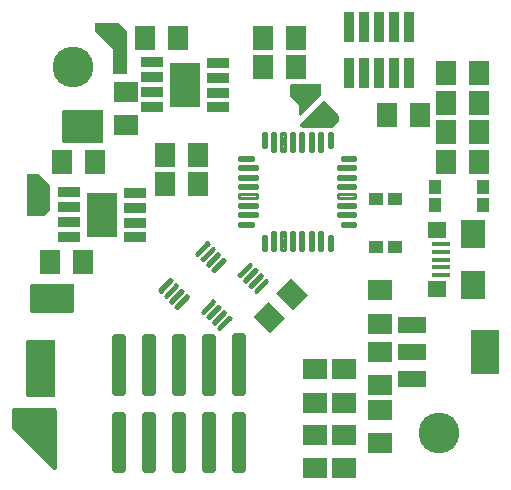
<source format=gbr>
G04 EAGLE Gerber RS-274X export*
G75*
%MOMM*%
%FSLAX34Y34*%
%LPD*%
%INSoldermask Top*%
%IPPOS*%
%AMOC8*
5,1,8,0,0,1.08239X$1,22.5*%
G01*
%ADD10C,3.453200*%
%ADD11R,2.003200X1.803200*%
%ADD12R,1.803200X2.003200*%
%ADD13R,0.963200X2.603200*%
%ADD14R,1.103200X1.203200*%
%ADD15C,0.293194*%
%ADD16R,2.103200X2.353200*%
%ADD17R,1.503200X1.403200*%
%ADD18R,1.553200X0.413200*%
%ADD19R,2.438400X1.422400*%
%ADD20R,2.403200X3.803200*%
%ADD21R,1.953200X0.853200*%
%ADD22R,2.613200X3.703200*%
%ADD23R,1.511200X1.511200*%
%ADD24C,0.697853*%
%ADD25R,2.006200X1.803200*%
%ADD26R,1.203200X1.103200*%
%ADD27C,0.258150*%

G36*
X40099Y23744D02*
X40099Y23744D01*
X40237Y23753D01*
X40256Y23759D01*
X40276Y23761D01*
X40408Y23808D01*
X40539Y23851D01*
X40557Y23862D01*
X40576Y23869D01*
X40691Y23947D01*
X40808Y24021D01*
X40822Y24036D01*
X40839Y24047D01*
X40931Y24151D01*
X41026Y24253D01*
X41036Y24271D01*
X41049Y24286D01*
X41113Y24410D01*
X41180Y24531D01*
X41185Y24551D01*
X41194Y24569D01*
X41224Y24705D01*
X41259Y24839D01*
X41261Y24867D01*
X41264Y24879D01*
X41263Y24900D01*
X41269Y25000D01*
X41269Y75000D01*
X41254Y75118D01*
X41247Y75237D01*
X41234Y75275D01*
X41229Y75316D01*
X41186Y75426D01*
X41149Y75539D01*
X41127Y75574D01*
X41112Y75611D01*
X41043Y75707D01*
X40979Y75808D01*
X40949Y75836D01*
X40926Y75869D01*
X40834Y75945D01*
X40747Y76026D01*
X40712Y76046D01*
X40681Y76071D01*
X40573Y76122D01*
X40469Y76180D01*
X40429Y76190D01*
X40393Y76207D01*
X40276Y76229D01*
X40161Y76259D01*
X40101Y76263D01*
X40081Y76267D01*
X40060Y76265D01*
X40000Y76269D01*
X5000Y76269D01*
X4882Y76254D01*
X4763Y76247D01*
X4725Y76234D01*
X4684Y76229D01*
X4574Y76186D01*
X4461Y76149D01*
X4426Y76127D01*
X4389Y76112D01*
X4293Y76043D01*
X4192Y75979D01*
X4164Y75949D01*
X4131Y75926D01*
X4056Y75834D01*
X3974Y75747D01*
X3954Y75712D01*
X3929Y75681D01*
X3878Y75573D01*
X3820Y75469D01*
X3810Y75429D01*
X3793Y75393D01*
X3771Y75276D01*
X3741Y75161D01*
X3737Y75101D01*
X3733Y75081D01*
X3735Y75060D01*
X3731Y75000D01*
X3731Y60000D01*
X3743Y59902D01*
X3746Y59803D01*
X3763Y59745D01*
X3771Y59684D01*
X3807Y59592D01*
X3835Y59497D01*
X3865Y59445D01*
X3888Y59389D01*
X3946Y59309D01*
X3996Y59223D01*
X4062Y59148D01*
X4074Y59131D01*
X4084Y59124D01*
X4103Y59103D01*
X39103Y24103D01*
X39212Y24017D01*
X39319Y23929D01*
X39338Y23920D01*
X39354Y23908D01*
X39482Y23852D01*
X39607Y23793D01*
X39627Y23789D01*
X39646Y23781D01*
X39784Y23759D01*
X39920Y23733D01*
X39940Y23735D01*
X39960Y23731D01*
X40099Y23744D01*
G37*
G36*
X39118Y85746D02*
X39118Y85746D01*
X39237Y85753D01*
X39275Y85766D01*
X39316Y85771D01*
X39426Y85814D01*
X39539Y85851D01*
X39574Y85873D01*
X39611Y85888D01*
X39707Y85958D01*
X39808Y86021D01*
X39836Y86051D01*
X39869Y86074D01*
X39945Y86166D01*
X40026Y86253D01*
X40046Y86288D01*
X40071Y86319D01*
X40122Y86427D01*
X40180Y86531D01*
X40190Y86571D01*
X40207Y86607D01*
X40229Y86724D01*
X40259Y86839D01*
X40263Y86900D01*
X40267Y86920D01*
X40265Y86940D01*
X40269Y87000D01*
X40269Y133000D01*
X40254Y133118D01*
X40247Y133237D01*
X40234Y133275D01*
X40229Y133316D01*
X40186Y133426D01*
X40149Y133539D01*
X40127Y133574D01*
X40112Y133611D01*
X40043Y133707D01*
X39979Y133808D01*
X39949Y133836D01*
X39926Y133869D01*
X39834Y133945D01*
X39747Y134026D01*
X39712Y134046D01*
X39681Y134071D01*
X39573Y134122D01*
X39469Y134180D01*
X39429Y134190D01*
X39393Y134207D01*
X39276Y134229D01*
X39161Y134259D01*
X39101Y134263D01*
X39081Y134267D01*
X39060Y134265D01*
X39000Y134269D01*
X17000Y134269D01*
X16882Y134254D01*
X16763Y134247D01*
X16725Y134234D01*
X16684Y134229D01*
X16574Y134186D01*
X16461Y134149D01*
X16426Y134127D01*
X16389Y134112D01*
X16293Y134043D01*
X16192Y133979D01*
X16164Y133949D01*
X16131Y133926D01*
X16056Y133834D01*
X15974Y133747D01*
X15954Y133712D01*
X15929Y133681D01*
X15878Y133573D01*
X15820Y133469D01*
X15810Y133429D01*
X15793Y133393D01*
X15771Y133276D01*
X15741Y133161D01*
X15737Y133101D01*
X15733Y133081D01*
X15735Y133060D01*
X15731Y133000D01*
X15731Y87000D01*
X15746Y86882D01*
X15753Y86763D01*
X15766Y86725D01*
X15771Y86684D01*
X15814Y86574D01*
X15851Y86461D01*
X15873Y86426D01*
X15888Y86389D01*
X15958Y86293D01*
X16021Y86192D01*
X16051Y86164D01*
X16074Y86131D01*
X16166Y86056D01*
X16253Y85974D01*
X16288Y85954D01*
X16319Y85929D01*
X16427Y85878D01*
X16531Y85820D01*
X16571Y85810D01*
X16607Y85793D01*
X16724Y85771D01*
X16839Y85741D01*
X16900Y85737D01*
X16920Y85733D01*
X16940Y85735D01*
X17000Y85731D01*
X39000Y85731D01*
X39118Y85746D01*
G37*
G36*
X80020Y301242D02*
X80020Y301242D01*
X80039Y301240D01*
X80141Y301262D01*
X80243Y301279D01*
X80260Y301288D01*
X80280Y301292D01*
X80369Y301345D01*
X80460Y301394D01*
X80474Y301408D01*
X80491Y301418D01*
X80558Y301497D01*
X80630Y301572D01*
X80638Y301590D01*
X80651Y301605D01*
X80690Y301701D01*
X80733Y301795D01*
X80735Y301815D01*
X80743Y301833D01*
X80761Y302000D01*
X80761Y328000D01*
X80758Y328020D01*
X80760Y328039D01*
X80738Y328141D01*
X80722Y328243D01*
X80712Y328260D01*
X80708Y328280D01*
X80655Y328369D01*
X80606Y328460D01*
X80592Y328474D01*
X80582Y328491D01*
X80503Y328558D01*
X80428Y328630D01*
X80410Y328638D01*
X80395Y328651D01*
X80299Y328690D01*
X80205Y328733D01*
X80185Y328735D01*
X80167Y328743D01*
X80000Y328761D01*
X47000Y328761D01*
X46980Y328758D01*
X46961Y328760D01*
X46859Y328738D01*
X46757Y328722D01*
X46740Y328712D01*
X46720Y328708D01*
X46631Y328655D01*
X46540Y328606D01*
X46526Y328592D01*
X46509Y328582D01*
X46442Y328503D01*
X46371Y328428D01*
X46362Y328410D01*
X46349Y328395D01*
X46310Y328299D01*
X46267Y328205D01*
X46265Y328185D01*
X46257Y328167D01*
X46239Y328000D01*
X46239Y302000D01*
X46242Y301980D01*
X46240Y301961D01*
X46262Y301859D01*
X46279Y301757D01*
X46288Y301740D01*
X46292Y301720D01*
X46345Y301631D01*
X46394Y301540D01*
X46408Y301526D01*
X46418Y301509D01*
X46497Y301442D01*
X46572Y301371D01*
X46590Y301362D01*
X46605Y301349D01*
X46701Y301310D01*
X46795Y301267D01*
X46815Y301265D01*
X46833Y301257D01*
X47000Y301239D01*
X80000Y301239D01*
X80020Y301242D01*
G37*
G36*
X55020Y157242D02*
X55020Y157242D01*
X55039Y157240D01*
X55141Y157262D01*
X55243Y157279D01*
X55260Y157288D01*
X55280Y157292D01*
X55369Y157345D01*
X55460Y157394D01*
X55474Y157408D01*
X55491Y157418D01*
X55558Y157497D01*
X55630Y157572D01*
X55638Y157590D01*
X55651Y157605D01*
X55690Y157701D01*
X55733Y157795D01*
X55735Y157815D01*
X55743Y157833D01*
X55761Y158000D01*
X55761Y181000D01*
X55758Y181020D01*
X55760Y181039D01*
X55738Y181141D01*
X55722Y181243D01*
X55712Y181260D01*
X55708Y181280D01*
X55655Y181369D01*
X55606Y181460D01*
X55592Y181474D01*
X55582Y181491D01*
X55503Y181558D01*
X55428Y181630D01*
X55410Y181638D01*
X55395Y181651D01*
X55299Y181690D01*
X55205Y181733D01*
X55185Y181735D01*
X55167Y181743D01*
X55000Y181761D01*
X20000Y181761D01*
X19980Y181758D01*
X19961Y181760D01*
X19859Y181738D01*
X19757Y181722D01*
X19740Y181712D01*
X19720Y181708D01*
X19631Y181655D01*
X19540Y181606D01*
X19526Y181592D01*
X19509Y181582D01*
X19442Y181503D01*
X19371Y181428D01*
X19362Y181410D01*
X19349Y181395D01*
X19310Y181299D01*
X19267Y181205D01*
X19265Y181185D01*
X19257Y181167D01*
X19239Y181000D01*
X19239Y158000D01*
X19242Y157980D01*
X19240Y157961D01*
X19262Y157859D01*
X19279Y157757D01*
X19288Y157740D01*
X19292Y157720D01*
X19345Y157631D01*
X19394Y157540D01*
X19408Y157526D01*
X19418Y157509D01*
X19497Y157442D01*
X19572Y157371D01*
X19590Y157362D01*
X19605Y157349D01*
X19701Y157310D01*
X19795Y157267D01*
X19815Y157265D01*
X19833Y157257D01*
X20000Y157239D01*
X55000Y157239D01*
X55020Y157242D01*
G37*
G36*
X100020Y359242D02*
X100020Y359242D01*
X100039Y359240D01*
X100141Y359262D01*
X100243Y359279D01*
X100260Y359288D01*
X100280Y359292D01*
X100369Y359345D01*
X100460Y359394D01*
X100474Y359408D01*
X100491Y359418D01*
X100558Y359497D01*
X100630Y359572D01*
X100638Y359590D01*
X100651Y359605D01*
X100690Y359701D01*
X100733Y359795D01*
X100735Y359815D01*
X100743Y359833D01*
X100761Y360000D01*
X100761Y395000D01*
X100747Y395090D01*
X100739Y395181D01*
X100727Y395211D01*
X100722Y395243D01*
X100679Y395323D01*
X100643Y395407D01*
X100617Y395439D01*
X100606Y395460D01*
X100583Y395482D01*
X100571Y395498D01*
X100564Y395508D01*
X100558Y395514D01*
X100538Y395538D01*
X93538Y402538D01*
X93464Y402591D01*
X93395Y402651D01*
X93365Y402663D01*
X93339Y402682D01*
X93252Y402709D01*
X93167Y402743D01*
X93126Y402747D01*
X93103Y402754D01*
X93071Y402753D01*
X93000Y402761D01*
X75000Y402761D01*
X74980Y402758D01*
X74961Y402760D01*
X74859Y402738D01*
X74757Y402722D01*
X74740Y402712D01*
X74720Y402708D01*
X74631Y402655D01*
X74540Y402606D01*
X74526Y402592D01*
X74509Y402582D01*
X74442Y402503D01*
X74371Y402428D01*
X74362Y402410D01*
X74349Y402395D01*
X74310Y402299D01*
X74267Y402205D01*
X74265Y402185D01*
X74257Y402167D01*
X74239Y402000D01*
X74239Y395000D01*
X74241Y394987D01*
X74240Y394978D01*
X74250Y394930D01*
X74254Y394910D01*
X74261Y394819D01*
X74273Y394789D01*
X74279Y394757D01*
X74321Y394677D01*
X74357Y394593D01*
X74383Y394561D01*
X74394Y394540D01*
X74417Y394518D01*
X74462Y394462D01*
X89239Y379685D01*
X89239Y360000D01*
X89242Y359980D01*
X89240Y359961D01*
X89262Y359859D01*
X89279Y359757D01*
X89288Y359740D01*
X89292Y359720D01*
X89345Y359631D01*
X89394Y359540D01*
X89408Y359526D01*
X89418Y359509D01*
X89497Y359442D01*
X89572Y359371D01*
X89590Y359362D01*
X89605Y359349D01*
X89701Y359310D01*
X89795Y359267D01*
X89815Y359265D01*
X89833Y359257D01*
X90000Y359239D01*
X100000Y359239D01*
X100020Y359242D01*
G37*
G36*
X30090Y239254D02*
X30090Y239254D01*
X30181Y239261D01*
X30211Y239273D01*
X30243Y239279D01*
X30323Y239321D01*
X30407Y239357D01*
X30439Y239383D01*
X30460Y239394D01*
X30482Y239417D01*
X30538Y239462D01*
X35538Y244462D01*
X35591Y244536D01*
X35651Y244605D01*
X35663Y244635D01*
X35682Y244661D01*
X35709Y244748D01*
X35743Y244833D01*
X35747Y244874D01*
X35754Y244897D01*
X35753Y244929D01*
X35761Y245000D01*
X35761Y265000D01*
X35747Y265090D01*
X35739Y265181D01*
X35727Y265211D01*
X35722Y265243D01*
X35679Y265323D01*
X35643Y265407D01*
X35617Y265439D01*
X35606Y265460D01*
X35583Y265482D01*
X35538Y265538D01*
X26538Y274538D01*
X26464Y274591D01*
X26395Y274651D01*
X26365Y274663D01*
X26339Y274682D01*
X26252Y274709D01*
X26167Y274743D01*
X26126Y274747D01*
X26103Y274754D01*
X26071Y274753D01*
X26000Y274761D01*
X17000Y274761D01*
X16980Y274758D01*
X16961Y274760D01*
X16859Y274738D01*
X16757Y274722D01*
X16740Y274712D01*
X16720Y274708D01*
X16631Y274655D01*
X16540Y274606D01*
X16526Y274592D01*
X16509Y274582D01*
X16442Y274503D01*
X16371Y274428D01*
X16362Y274410D01*
X16349Y274395D01*
X16310Y274299D01*
X16267Y274205D01*
X16265Y274185D01*
X16257Y274167D01*
X16239Y274000D01*
X16239Y240000D01*
X16242Y239980D01*
X16240Y239961D01*
X16262Y239859D01*
X16279Y239757D01*
X16288Y239740D01*
X16292Y239720D01*
X16345Y239631D01*
X16394Y239540D01*
X16408Y239526D01*
X16418Y239509D01*
X16497Y239442D01*
X16572Y239371D01*
X16590Y239362D01*
X16605Y239349D01*
X16701Y239310D01*
X16795Y239267D01*
X16815Y239265D01*
X16833Y239257D01*
X17000Y239239D01*
X30000Y239239D01*
X30090Y239254D01*
G37*
G36*
X248003Y323994D02*
X248003Y323994D01*
X248116Y323991D01*
X248145Y323999D01*
X248174Y324000D01*
X248282Y324035D01*
X248391Y324063D01*
X248417Y324078D01*
X248445Y324087D01*
X248508Y324133D01*
X248636Y324209D01*
X248679Y324254D01*
X248718Y324282D01*
X264718Y340282D01*
X264770Y340352D01*
X264830Y340416D01*
X264856Y340465D01*
X264889Y340509D01*
X264920Y340591D01*
X264960Y340669D01*
X264968Y340717D01*
X264990Y340775D01*
X265002Y340923D01*
X265015Y341000D01*
X265015Y350000D01*
X265007Y350058D01*
X265009Y350116D01*
X264987Y350198D01*
X264975Y350282D01*
X264952Y350335D01*
X264937Y350391D01*
X264894Y350464D01*
X264859Y350541D01*
X264821Y350586D01*
X264792Y350636D01*
X264730Y350694D01*
X264676Y350758D01*
X264627Y350790D01*
X264584Y350830D01*
X264509Y350869D01*
X264439Y350916D01*
X264383Y350933D01*
X264331Y350960D01*
X264263Y350971D01*
X264168Y351001D01*
X264068Y351004D01*
X264000Y351015D01*
X241000Y351015D01*
X240913Y351003D01*
X240826Y351000D01*
X240773Y350983D01*
X240719Y350975D01*
X240639Y350940D01*
X240555Y350913D01*
X240516Y350885D01*
X240459Y350859D01*
X240346Y350763D01*
X240282Y350718D01*
X239282Y349718D01*
X239230Y349648D01*
X239170Y349584D01*
X239144Y349535D01*
X239111Y349491D01*
X239080Y349409D01*
X239040Y349331D01*
X239032Y349284D01*
X239010Y349225D01*
X238998Y349077D01*
X238985Y349000D01*
X238985Y341000D01*
X238997Y340913D01*
X239000Y340826D01*
X239017Y340773D01*
X239025Y340719D01*
X239060Y340639D01*
X239087Y340555D01*
X239115Y340516D01*
X239141Y340459D01*
X239237Y340346D01*
X239282Y340282D01*
X246985Y332580D01*
X246985Y325000D01*
X246989Y324971D01*
X246986Y324942D01*
X247009Y324831D01*
X247025Y324719D01*
X247037Y324692D01*
X247042Y324663D01*
X247095Y324563D01*
X247141Y324459D01*
X247160Y324437D01*
X247173Y324411D01*
X247251Y324329D01*
X247325Y324242D01*
X247349Y324226D01*
X247369Y324205D01*
X247467Y324147D01*
X247561Y324085D01*
X247589Y324076D01*
X247614Y324061D01*
X247724Y324033D01*
X247832Y323999D01*
X247862Y323998D01*
X247890Y323991D01*
X248003Y323994D01*
G37*
G36*
X275087Y313997D02*
X275087Y313997D01*
X275174Y314000D01*
X275227Y314017D01*
X275282Y314025D01*
X275361Y314060D01*
X275445Y314087D01*
X275484Y314115D01*
X275541Y314141D01*
X275654Y314237D01*
X275718Y314282D01*
X279718Y318282D01*
X279770Y318352D01*
X279830Y318416D01*
X279856Y318465D01*
X279889Y318509D01*
X279920Y318591D01*
X279960Y318669D01*
X279968Y318717D01*
X279990Y318775D01*
X279999Y318887D01*
X280001Y318893D01*
X280002Y318918D01*
X280002Y318923D01*
X280015Y319000D01*
X280015Y324000D01*
X280003Y324087D01*
X280000Y324174D01*
X279983Y324227D01*
X279975Y324282D01*
X279940Y324361D01*
X279913Y324445D01*
X279885Y324484D01*
X279859Y324541D01*
X279763Y324654D01*
X279718Y324718D01*
X268218Y336218D01*
X268171Y336253D01*
X268131Y336295D01*
X268058Y336338D01*
X267991Y336389D01*
X267936Y336410D01*
X267886Y336439D01*
X267804Y336460D01*
X267725Y336490D01*
X267667Y336495D01*
X267610Y336509D01*
X267526Y336507D01*
X267442Y336514D01*
X267384Y336502D01*
X267326Y336500D01*
X267246Y336474D01*
X267163Y336458D01*
X267111Y336431D01*
X267055Y336413D01*
X266999Y336373D01*
X266911Y336327D01*
X266838Y336258D01*
X266782Y336218D01*
X247282Y316718D01*
X247269Y316701D01*
X247257Y316691D01*
X247240Y316664D01*
X247205Y316631D01*
X247162Y316558D01*
X247111Y316491D01*
X247090Y316436D01*
X247061Y316386D01*
X247040Y316304D01*
X247010Y316225D01*
X247005Y316167D01*
X246991Y316110D01*
X246993Y316026D01*
X246986Y315942D01*
X246998Y315884D01*
X247000Y315826D01*
X247026Y315746D01*
X247042Y315663D01*
X247069Y315611D01*
X247087Y315555D01*
X247127Y315499D01*
X247173Y315411D01*
X247242Y315338D01*
X247282Y315282D01*
X248282Y314282D01*
X248352Y314230D01*
X248416Y314170D01*
X248465Y314144D01*
X248509Y314111D01*
X248591Y314080D01*
X248669Y314040D01*
X248717Y314032D01*
X248775Y314010D01*
X248923Y313998D01*
X249000Y313985D01*
X275000Y313985D01*
X275087Y313997D01*
G37*
D10*
X365000Y55000D03*
X55000Y365000D03*
D11*
X315000Y75000D03*
X315000Y47000D03*
D12*
X399000Y285000D03*
X371000Y285000D03*
X371000Y310000D03*
X399000Y310000D03*
D13*
X314000Y399500D03*
X326700Y399500D03*
X339400Y399500D03*
X301300Y399500D03*
X288600Y399500D03*
X288600Y360500D03*
X301300Y360500D03*
X314000Y360500D03*
X326700Y360500D03*
X339400Y360500D03*
D12*
X371000Y335000D03*
X399000Y335000D03*
X349000Y325000D03*
X321000Y325000D03*
D14*
X402500Y248000D03*
X361500Y248000D03*
X402500Y264000D03*
X361500Y264000D03*
D15*
X271700Y297750D02*
X271700Y309350D01*
X274300Y309350D01*
X274300Y297750D01*
X271700Y297750D01*
X271700Y300535D02*
X274300Y300535D01*
X274300Y303320D02*
X271700Y303320D01*
X271700Y306105D02*
X274300Y306105D01*
X274300Y308890D02*
X271700Y308890D01*
X263700Y309350D02*
X263700Y294250D01*
X263700Y309350D02*
X266300Y309350D01*
X266300Y294250D01*
X263700Y294250D01*
X263700Y297035D02*
X266300Y297035D01*
X266300Y299820D02*
X263700Y299820D01*
X263700Y302605D02*
X266300Y302605D01*
X266300Y305390D02*
X263700Y305390D01*
X263700Y308175D02*
X266300Y308175D01*
X255700Y309350D02*
X255700Y294250D01*
X255700Y309350D02*
X258300Y309350D01*
X258300Y294250D01*
X255700Y294250D01*
X255700Y297035D02*
X258300Y297035D01*
X258300Y299820D02*
X255700Y299820D01*
X255700Y302605D02*
X258300Y302605D01*
X258300Y305390D02*
X255700Y305390D01*
X255700Y308175D02*
X258300Y308175D01*
X247700Y309350D02*
X247700Y294250D01*
X247700Y309350D02*
X250300Y309350D01*
X250300Y294250D01*
X247700Y294250D01*
X247700Y297035D02*
X250300Y297035D01*
X250300Y299820D02*
X247700Y299820D01*
X247700Y302605D02*
X250300Y302605D01*
X250300Y305390D02*
X247700Y305390D01*
X247700Y308175D02*
X250300Y308175D01*
X239700Y309350D02*
X239700Y294250D01*
X239700Y309350D02*
X242300Y309350D01*
X242300Y294250D01*
X239700Y294250D01*
X239700Y297035D02*
X242300Y297035D01*
X242300Y299820D02*
X239700Y299820D01*
X239700Y302605D02*
X242300Y302605D01*
X242300Y305390D02*
X239700Y305390D01*
X239700Y308175D02*
X242300Y308175D01*
X231700Y309350D02*
X231700Y294250D01*
X231700Y309350D02*
X234300Y309350D01*
X234300Y294250D01*
X231700Y294250D01*
X231700Y297035D02*
X234300Y297035D01*
X234300Y299820D02*
X231700Y299820D01*
X231700Y302605D02*
X234300Y302605D01*
X234300Y305390D02*
X231700Y305390D01*
X231700Y308175D02*
X234300Y308175D01*
X223700Y309350D02*
X223700Y294250D01*
X223700Y309350D02*
X226300Y309350D01*
X226300Y294250D01*
X223700Y294250D01*
X223700Y297035D02*
X226300Y297035D01*
X226300Y299820D02*
X223700Y299820D01*
X223700Y302605D02*
X226300Y302605D01*
X226300Y305390D02*
X223700Y305390D01*
X223700Y308175D02*
X226300Y308175D01*
X215700Y309350D02*
X215700Y297750D01*
X215700Y309350D02*
X218300Y309350D01*
X218300Y297750D01*
X215700Y297750D01*
X215700Y300535D02*
X218300Y300535D01*
X218300Y303320D02*
X215700Y303320D01*
X215700Y306105D02*
X218300Y306105D01*
X218300Y308890D02*
X215700Y308890D01*
X207250Y286700D02*
X195650Y286700D01*
X195650Y289300D01*
X207250Y289300D01*
X207250Y286700D01*
X210750Y278700D02*
X195650Y278700D01*
X195650Y281300D01*
X210750Y281300D01*
X210750Y278700D01*
X210750Y270700D02*
X195650Y270700D01*
X195650Y273300D01*
X210750Y273300D01*
X210750Y270700D01*
X210750Y262700D02*
X195650Y262700D01*
X195650Y265300D01*
X210750Y265300D01*
X210750Y262700D01*
X210750Y254700D02*
X195650Y254700D01*
X195650Y257300D01*
X210750Y257300D01*
X210750Y254700D01*
X210750Y246700D02*
X195650Y246700D01*
X195650Y249300D01*
X210750Y249300D01*
X210750Y246700D01*
X210750Y238700D02*
X195650Y238700D01*
X195650Y241300D01*
X210750Y241300D01*
X210750Y238700D01*
X207250Y230700D02*
X195650Y230700D01*
X195650Y233300D01*
X207250Y233300D01*
X207250Y230700D01*
X218300Y222250D02*
X218300Y210650D01*
X215700Y210650D01*
X215700Y222250D01*
X218300Y222250D01*
X218300Y213435D02*
X215700Y213435D01*
X215700Y216220D02*
X218300Y216220D01*
X218300Y219005D02*
X215700Y219005D01*
X215700Y221790D02*
X218300Y221790D01*
X226300Y225750D02*
X226300Y210650D01*
X223700Y210650D01*
X223700Y225750D01*
X226300Y225750D01*
X226300Y213435D02*
X223700Y213435D01*
X223700Y216220D02*
X226300Y216220D01*
X226300Y219005D02*
X223700Y219005D01*
X223700Y221790D02*
X226300Y221790D01*
X226300Y224575D02*
X223700Y224575D01*
X234300Y225750D02*
X234300Y210650D01*
X231700Y210650D01*
X231700Y225750D01*
X234300Y225750D01*
X234300Y213435D02*
X231700Y213435D01*
X231700Y216220D02*
X234300Y216220D01*
X234300Y219005D02*
X231700Y219005D01*
X231700Y221790D02*
X234300Y221790D01*
X234300Y224575D02*
X231700Y224575D01*
X242300Y225750D02*
X242300Y210650D01*
X239700Y210650D01*
X239700Y225750D01*
X242300Y225750D01*
X242300Y213435D02*
X239700Y213435D01*
X239700Y216220D02*
X242300Y216220D01*
X242300Y219005D02*
X239700Y219005D01*
X239700Y221790D02*
X242300Y221790D01*
X242300Y224575D02*
X239700Y224575D01*
X250300Y225750D02*
X250300Y210650D01*
X247700Y210650D01*
X247700Y225750D01*
X250300Y225750D01*
X250300Y213435D02*
X247700Y213435D01*
X247700Y216220D02*
X250300Y216220D01*
X250300Y219005D02*
X247700Y219005D01*
X247700Y221790D02*
X250300Y221790D01*
X250300Y224575D02*
X247700Y224575D01*
X258300Y225750D02*
X258300Y210650D01*
X255700Y210650D01*
X255700Y225750D01*
X258300Y225750D01*
X258300Y213435D02*
X255700Y213435D01*
X255700Y216220D02*
X258300Y216220D01*
X258300Y219005D02*
X255700Y219005D01*
X255700Y221790D02*
X258300Y221790D01*
X258300Y224575D02*
X255700Y224575D01*
X266300Y225750D02*
X266300Y210650D01*
X263700Y210650D01*
X263700Y225750D01*
X266300Y225750D01*
X266300Y213435D02*
X263700Y213435D01*
X263700Y216220D02*
X266300Y216220D01*
X266300Y219005D02*
X263700Y219005D01*
X263700Y221790D02*
X266300Y221790D01*
X266300Y224575D02*
X263700Y224575D01*
X274300Y222250D02*
X274300Y210650D01*
X271700Y210650D01*
X271700Y222250D01*
X274300Y222250D01*
X274300Y213435D02*
X271700Y213435D01*
X271700Y216220D02*
X274300Y216220D01*
X274300Y219005D02*
X271700Y219005D01*
X271700Y221790D02*
X274300Y221790D01*
X282750Y233300D02*
X294350Y233300D01*
X294350Y230700D01*
X282750Y230700D01*
X282750Y233300D01*
X279250Y241300D02*
X294350Y241300D01*
X294350Y238700D01*
X279250Y238700D01*
X279250Y241300D01*
X279250Y249300D02*
X294350Y249300D01*
X294350Y246700D01*
X279250Y246700D01*
X279250Y249300D01*
X279250Y257300D02*
X294350Y257300D01*
X294350Y254700D01*
X279250Y254700D01*
X279250Y257300D01*
X279250Y265300D02*
X294350Y265300D01*
X294350Y262700D01*
X279250Y262700D01*
X279250Y265300D01*
X279250Y273300D02*
X294350Y273300D01*
X294350Y270700D01*
X279250Y270700D01*
X279250Y273300D01*
X279250Y281300D02*
X294350Y281300D01*
X294350Y278700D01*
X279250Y278700D01*
X279250Y281300D01*
X282750Y289300D02*
X294350Y289300D01*
X294350Y286700D01*
X282750Y286700D01*
X282750Y289300D01*
D16*
X394000Y180250D03*
X394000Y223750D03*
D17*
X363500Y177000D03*
X363500Y227000D03*
D18*
X367000Y202000D03*
X367000Y195500D03*
X367000Y189000D03*
X367000Y208500D03*
X367000Y215000D03*
D11*
X315000Y176000D03*
X315000Y148000D03*
D19*
X342012Y147114D03*
X342012Y124000D03*
X342012Y100886D03*
D20*
X403990Y124000D03*
D21*
X108000Y220950D03*
X108000Y233550D03*
X108000Y246250D03*
X108000Y258950D03*
X52000Y220950D03*
X52000Y233650D03*
X52000Y246350D03*
X52000Y259050D03*
D22*
X80000Y240000D03*
D23*
X80000Y230000D03*
X80000Y250000D03*
D12*
X36000Y200000D03*
X64000Y200000D03*
X46000Y285000D03*
X74000Y285000D03*
X161000Y291000D03*
X133000Y291000D03*
X133000Y266000D03*
X161000Y266000D03*
D24*
X193273Y136217D02*
X193273Y89663D01*
X193273Y136217D02*
X198327Y136217D01*
X198327Y89663D01*
X193273Y89663D01*
X193273Y96293D02*
X198327Y96293D01*
X198327Y102923D02*
X193273Y102923D01*
X193273Y109553D02*
X198327Y109553D01*
X198327Y116183D02*
X193273Y116183D01*
X193273Y122813D02*
X198327Y122813D01*
X198327Y129443D02*
X193273Y129443D01*
X193273Y136073D02*
X198327Y136073D01*
X193273Y69587D02*
X193273Y24533D01*
X193273Y69587D02*
X198327Y69587D01*
X198327Y24533D01*
X193273Y24533D01*
X193273Y31163D02*
X198327Y31163D01*
X198327Y37793D02*
X193273Y37793D01*
X193273Y44423D02*
X198327Y44423D01*
X198327Y51053D02*
X193273Y51053D01*
X193273Y57683D02*
X198327Y57683D01*
X198327Y64313D02*
X193273Y64313D01*
X167873Y90413D02*
X167873Y135467D01*
X172927Y135467D01*
X172927Y90413D01*
X167873Y90413D01*
X167873Y97043D02*
X172927Y97043D01*
X172927Y103673D02*
X167873Y103673D01*
X167873Y110303D02*
X172927Y110303D01*
X172927Y116933D02*
X167873Y116933D01*
X167873Y123563D02*
X172927Y123563D01*
X172927Y130193D02*
X167873Y130193D01*
X167873Y69587D02*
X167873Y24533D01*
X167873Y69587D02*
X172927Y69587D01*
X172927Y24533D01*
X167873Y24533D01*
X167873Y31163D02*
X172927Y31163D01*
X172927Y37793D02*
X167873Y37793D01*
X167873Y44423D02*
X172927Y44423D01*
X172927Y51053D02*
X167873Y51053D01*
X167873Y57683D02*
X172927Y57683D01*
X172927Y64313D02*
X167873Y64313D01*
X142473Y90413D02*
X142473Y135467D01*
X147527Y135467D01*
X147527Y90413D01*
X142473Y90413D01*
X142473Y97043D02*
X147527Y97043D01*
X147527Y103673D02*
X142473Y103673D01*
X142473Y110303D02*
X147527Y110303D01*
X147527Y116933D02*
X142473Y116933D01*
X142473Y123563D02*
X147527Y123563D01*
X147527Y130193D02*
X142473Y130193D01*
X142473Y69587D02*
X142473Y24533D01*
X142473Y69587D02*
X147527Y69587D01*
X147527Y24533D01*
X142473Y24533D01*
X142473Y31163D02*
X147527Y31163D01*
X147527Y37793D02*
X142473Y37793D01*
X142473Y44423D02*
X147527Y44423D01*
X147527Y51053D02*
X142473Y51053D01*
X142473Y57683D02*
X147527Y57683D01*
X147527Y64313D02*
X142473Y64313D01*
X117073Y90413D02*
X117073Y135467D01*
X122127Y135467D01*
X122127Y90413D01*
X117073Y90413D01*
X117073Y97043D02*
X122127Y97043D01*
X122127Y103673D02*
X117073Y103673D01*
X117073Y110303D02*
X122127Y110303D01*
X122127Y116933D02*
X117073Y116933D01*
X117073Y123563D02*
X122127Y123563D01*
X122127Y130193D02*
X117073Y130193D01*
X117073Y69587D02*
X117073Y24533D01*
X117073Y69587D02*
X122127Y69587D01*
X122127Y24533D01*
X117073Y24533D01*
X117073Y31163D02*
X122127Y31163D01*
X122127Y37793D02*
X117073Y37793D01*
X117073Y44423D02*
X122127Y44423D01*
X122127Y51053D02*
X117073Y51053D01*
X117073Y57683D02*
X122127Y57683D01*
X122127Y64313D02*
X117073Y64313D01*
X91673Y90413D02*
X91673Y135467D01*
X96727Y135467D01*
X96727Y90413D01*
X91673Y90413D01*
X91673Y97043D02*
X96727Y97043D01*
X96727Y103673D02*
X91673Y103673D01*
X91673Y110303D02*
X96727Y110303D01*
X96727Y116933D02*
X91673Y116933D01*
X91673Y123563D02*
X96727Y123563D01*
X96727Y130193D02*
X91673Y130193D01*
X91673Y69587D02*
X91673Y24533D01*
X91673Y69587D02*
X96727Y69587D01*
X96727Y24533D01*
X91673Y24533D01*
X91673Y31163D02*
X96727Y31163D01*
X96727Y37793D02*
X91673Y37793D01*
X91673Y44423D02*
X96727Y44423D01*
X96727Y51053D02*
X91673Y51053D01*
X91673Y57683D02*
X96727Y57683D01*
X96727Y64313D02*
X91673Y64313D01*
D21*
X178000Y330950D03*
X178000Y343550D03*
X178000Y356250D03*
X178000Y368950D03*
X122000Y330950D03*
X122000Y343650D03*
X122000Y356350D03*
X122000Y369050D03*
D22*
X150000Y350000D03*
D23*
X150000Y340000D03*
X150000Y360000D03*
D11*
X100000Y344000D03*
X100000Y316000D03*
D12*
X116000Y390000D03*
X144000Y390000D03*
X244000Y390000D03*
X216000Y390000D03*
X216000Y365000D03*
X244000Y365000D03*
D25*
X285000Y80780D03*
X285000Y109220D03*
D11*
X285000Y54000D03*
X285000Y26000D03*
D12*
X371000Y360000D03*
X399000Y360000D03*
D26*
X328000Y253500D03*
X328000Y212500D03*
X312000Y253500D03*
X312000Y212500D03*
D25*
X260000Y80780D03*
X260000Y109220D03*
D11*
X260000Y54000D03*
X260000Y26000D03*
D27*
X209113Y175491D02*
X218622Y185000D01*
X219789Y183833D01*
X210280Y174324D01*
X209113Y175491D01*
X210399Y176777D02*
X212733Y176777D01*
X212852Y179230D02*
X215186Y179230D01*
X215305Y181683D02*
X217639Y181683D01*
X217758Y184136D02*
X219486Y184136D01*
X214025Y189596D02*
X204516Y180087D01*
X214025Y189596D02*
X215192Y188429D01*
X205683Y178920D01*
X204516Y180087D01*
X205802Y181373D02*
X208136Y181373D01*
X208255Y183826D02*
X210589Y183826D01*
X210708Y186279D02*
X213042Y186279D01*
X213161Y188732D02*
X214889Y188732D01*
X209429Y194192D02*
X199920Y184683D01*
X209429Y194192D02*
X210596Y193025D01*
X201087Y183516D01*
X199920Y184683D01*
X201206Y185969D02*
X203540Y185969D01*
X203659Y188422D02*
X205993Y188422D01*
X206112Y190875D02*
X208446Y190875D01*
X208565Y193328D02*
X210293Y193328D01*
X204833Y198789D02*
X195324Y189280D01*
X204833Y198789D02*
X206000Y197622D01*
X196491Y188113D01*
X195324Y189280D01*
X196610Y190566D02*
X198944Y190566D01*
X199063Y193019D02*
X201397Y193019D01*
X201516Y195472D02*
X203850Y195472D01*
X203969Y197925D02*
X205697Y197925D01*
X173720Y167676D02*
X164211Y158167D01*
X173720Y167676D02*
X174887Y166509D01*
X165378Y157000D01*
X164211Y158167D01*
X165497Y159453D02*
X167831Y159453D01*
X167950Y161906D02*
X170284Y161906D01*
X170403Y164359D02*
X172737Y164359D01*
X172856Y166812D02*
X174584Y166812D01*
X178317Y163080D02*
X168808Y153571D01*
X178317Y163080D02*
X179484Y161913D01*
X169975Y152404D01*
X168808Y153571D01*
X170094Y154857D02*
X172428Y154857D01*
X172547Y157310D02*
X174881Y157310D01*
X175000Y159763D02*
X177334Y159763D01*
X177453Y162216D02*
X179181Y162216D01*
X182913Y158484D02*
X173404Y148975D01*
X182913Y158484D02*
X184080Y157317D01*
X174571Y147808D01*
X173404Y148975D01*
X174690Y150261D02*
X177024Y150261D01*
X177143Y152714D02*
X179477Y152714D01*
X179596Y155167D02*
X181930Y155167D01*
X182049Y157620D02*
X183777Y157620D01*
X187509Y153887D02*
X178000Y144378D01*
X187509Y153887D02*
X188676Y152720D01*
X179167Y143211D01*
X178000Y144378D01*
X179286Y145664D02*
X181620Y145664D01*
X181739Y148117D02*
X184073Y148117D01*
X184192Y150570D02*
X186526Y150570D01*
X186645Y153023D02*
X188373Y153023D01*
X173113Y193491D02*
X182622Y203000D01*
X183789Y201833D01*
X174280Y192324D01*
X173113Y193491D01*
X174399Y194777D02*
X176733Y194777D01*
X176852Y197230D02*
X179186Y197230D01*
X179305Y199683D02*
X181639Y199683D01*
X181758Y202136D02*
X183486Y202136D01*
X178025Y207596D02*
X168516Y198087D01*
X178025Y207596D02*
X179192Y206429D01*
X169683Y196920D01*
X168516Y198087D01*
X169802Y199373D02*
X172136Y199373D01*
X172255Y201826D02*
X174589Y201826D01*
X174708Y204279D02*
X177042Y204279D01*
X177161Y206732D02*
X178889Y206732D01*
X173429Y212192D02*
X163920Y202683D01*
X173429Y212192D02*
X174596Y211025D01*
X165087Y201516D01*
X163920Y202683D01*
X165206Y203969D02*
X167540Y203969D01*
X167659Y206422D02*
X169993Y206422D01*
X170112Y208875D02*
X172446Y208875D01*
X172565Y211328D02*
X174293Y211328D01*
X168833Y216789D02*
X159324Y207280D01*
X168833Y216789D02*
X170000Y215622D01*
X160491Y206113D01*
X159324Y207280D01*
X160610Y208566D02*
X162944Y208566D01*
X163063Y211019D02*
X165397Y211019D01*
X165516Y213472D02*
X167850Y213472D01*
X167969Y215925D02*
X169697Y215925D01*
X137720Y185676D02*
X128211Y176167D01*
X137720Y185676D02*
X138887Y184509D01*
X129378Y175000D01*
X128211Y176167D01*
X129497Y177453D02*
X131831Y177453D01*
X131950Y179906D02*
X134284Y179906D01*
X134403Y182359D02*
X136737Y182359D01*
X136856Y184812D02*
X138584Y184812D01*
X142317Y181080D02*
X132808Y171571D01*
X142317Y181080D02*
X143484Y179913D01*
X133975Y170404D01*
X132808Y171571D01*
X134094Y172857D02*
X136428Y172857D01*
X136547Y175310D02*
X138881Y175310D01*
X139000Y177763D02*
X141334Y177763D01*
X141453Y180216D02*
X143181Y180216D01*
X146913Y176484D02*
X137404Y166975D01*
X146913Y176484D02*
X148080Y175317D01*
X138571Y165808D01*
X137404Y166975D01*
X138690Y168261D02*
X141024Y168261D01*
X141143Y170714D02*
X143477Y170714D01*
X143596Y173167D02*
X145930Y173167D01*
X146049Y175620D02*
X147777Y175620D01*
X151509Y171887D02*
X142000Y162378D01*
X151509Y171887D02*
X152676Y170720D01*
X143167Y161211D01*
X142000Y162378D01*
X143286Y163664D02*
X145620Y163664D01*
X145739Y166117D02*
X148073Y166117D01*
X148192Y168570D02*
X150526Y168570D01*
X150645Y171023D02*
X152373Y171023D01*
D12*
G36*
X234558Y152394D02*
X221808Y139644D01*
X207644Y153808D01*
X220394Y166558D01*
X234558Y152394D01*
G37*
G36*
X254356Y172192D02*
X241606Y159442D01*
X227442Y173606D01*
X240192Y186356D01*
X254356Y172192D01*
G37*
D11*
X315000Y96000D03*
X315000Y124000D03*
M02*

</source>
